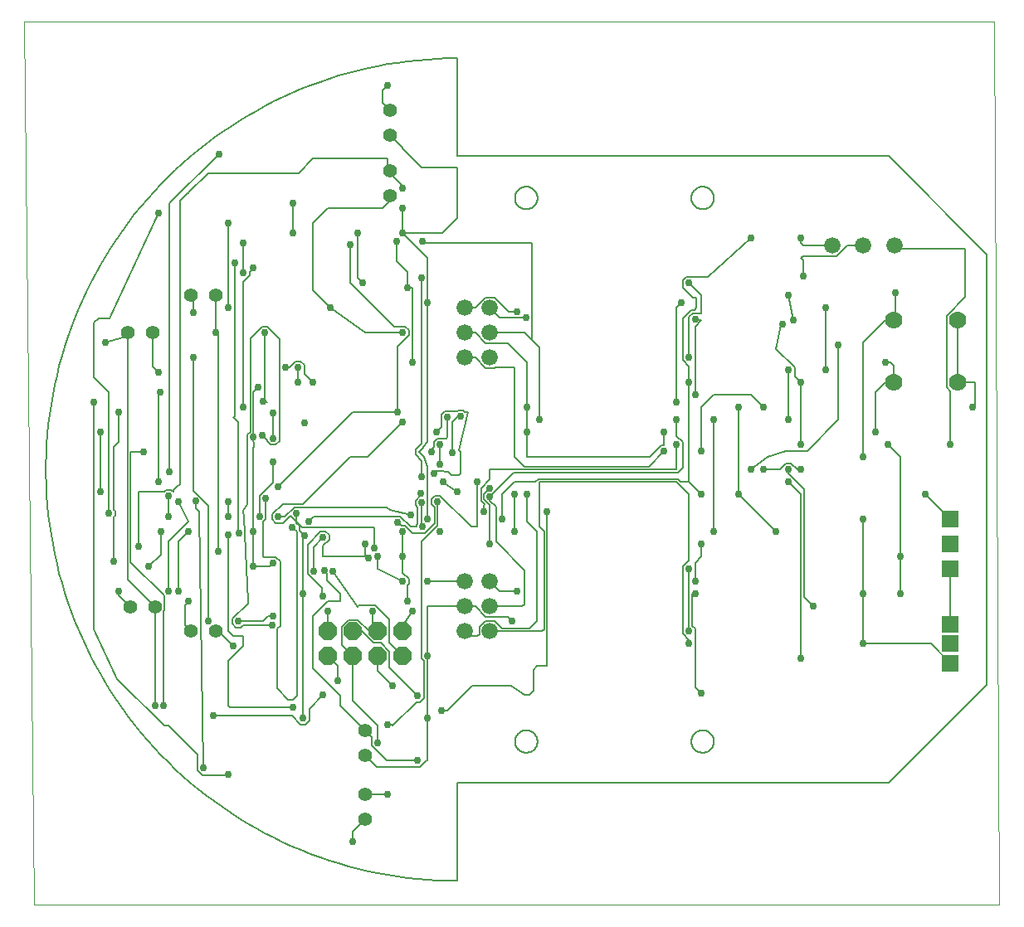
<source format=gbl>
G75*
%MOIN*%
%OFA0B0*%
%FSLAX25Y25*%
%IPPOS*%
%LPD*%
%AMOC8*
5,1,8,0,0,1.08239X$1,22.5*
%
%ADD10C,0.00000*%
%ADD11C,0.07000*%
%ADD12R,0.06600X0.06600*%
%ADD13OC8,0.07400*%
%ADD14C,0.05600*%
%ADD15C,0.06600*%
%ADD16C,0.00500*%
%ADD17C,0.00600*%
%ADD18C,0.02978*%
D10*
X0831303Y0844303D02*
X0827303Y1199263D01*
X1217003Y1199263D01*
X1219003Y0844303D01*
X0831303Y0844303D01*
D11*
X1176507Y1054303D03*
X1176507Y1079303D03*
X1202098Y1079303D03*
X1202098Y1054303D03*
D12*
X1199303Y0999303D03*
X1199303Y0989303D03*
X1199303Y0979303D03*
X1199303Y0957177D03*
X1199303Y0949303D03*
X1199303Y0941429D03*
D13*
X0979303Y0944303D03*
X0979303Y0954303D03*
X0969303Y0954303D03*
X0969303Y0944303D03*
X0959303Y0944303D03*
X0959303Y0954303D03*
X0949303Y0954303D03*
X0949303Y0944303D03*
D14*
X0964303Y0914303D03*
X0964303Y0904303D03*
X0964240Y0888803D03*
X0964240Y0878803D03*
X0904303Y0954303D03*
X0894303Y0954303D03*
X0879803Y0964240D03*
X0869803Y0964240D03*
X0868803Y1074366D03*
X0878803Y1074366D03*
X0894303Y1089303D03*
X0904303Y1089303D03*
X0974303Y1129303D03*
X0974303Y1139303D03*
X0974240Y1153803D03*
X0974240Y1163803D03*
D15*
X1004303Y1084303D03*
X1014303Y1084303D03*
X1014303Y1074303D03*
X1014303Y1064303D03*
X1004303Y1064303D03*
X1004303Y1074303D03*
X1004303Y0974303D03*
X1014303Y0974303D03*
X1014303Y0964303D03*
X1014303Y0954303D03*
X1004303Y0954303D03*
X1004303Y0964303D03*
X1151803Y1109303D03*
X1164303Y1109303D03*
X1176803Y1109303D03*
D16*
X1174539Y1145287D02*
X1213909Y1105917D01*
X1213909Y0932688D01*
X1174539Y0893318D01*
X1001310Y0893318D01*
X1001310Y0853948D01*
X1024342Y0910051D02*
X1024344Y0910185D01*
X1024350Y0910319D01*
X1024360Y0910453D01*
X1024374Y0910587D01*
X1024392Y0910720D01*
X1024413Y0910852D01*
X1024439Y0910984D01*
X1024469Y0911115D01*
X1024502Y0911245D01*
X1024539Y0911373D01*
X1024581Y0911501D01*
X1024625Y0911628D01*
X1024674Y0911753D01*
X1024726Y0911876D01*
X1024782Y0911998D01*
X1024842Y0912119D01*
X1024905Y0912237D01*
X1024971Y0912354D01*
X1025041Y0912468D01*
X1025114Y0912581D01*
X1025191Y0912691D01*
X1025271Y0912799D01*
X1025354Y0912904D01*
X1025440Y0913007D01*
X1025529Y0913107D01*
X1025621Y0913205D01*
X1025716Y0913300D01*
X1025814Y0913392D01*
X1025914Y0913481D01*
X1026017Y0913567D01*
X1026122Y0913650D01*
X1026230Y0913730D01*
X1026340Y0913807D01*
X1026453Y0913880D01*
X1026567Y0913950D01*
X1026684Y0914016D01*
X1026802Y0914079D01*
X1026923Y0914139D01*
X1027045Y0914195D01*
X1027168Y0914247D01*
X1027293Y0914296D01*
X1027420Y0914340D01*
X1027548Y0914382D01*
X1027676Y0914419D01*
X1027806Y0914452D01*
X1027937Y0914482D01*
X1028069Y0914508D01*
X1028201Y0914529D01*
X1028334Y0914547D01*
X1028468Y0914561D01*
X1028602Y0914571D01*
X1028736Y0914577D01*
X1028870Y0914579D01*
X1029004Y0914577D01*
X1029138Y0914571D01*
X1029272Y0914561D01*
X1029406Y0914547D01*
X1029539Y0914529D01*
X1029671Y0914508D01*
X1029803Y0914482D01*
X1029934Y0914452D01*
X1030064Y0914419D01*
X1030192Y0914382D01*
X1030320Y0914340D01*
X1030447Y0914296D01*
X1030572Y0914247D01*
X1030695Y0914195D01*
X1030817Y0914139D01*
X1030938Y0914079D01*
X1031056Y0914016D01*
X1031173Y0913950D01*
X1031287Y0913880D01*
X1031400Y0913807D01*
X1031510Y0913730D01*
X1031618Y0913650D01*
X1031723Y0913567D01*
X1031826Y0913481D01*
X1031926Y0913392D01*
X1032024Y0913300D01*
X1032119Y0913205D01*
X1032211Y0913107D01*
X1032300Y0913007D01*
X1032386Y0912904D01*
X1032469Y0912799D01*
X1032549Y0912691D01*
X1032626Y0912581D01*
X1032699Y0912468D01*
X1032769Y0912354D01*
X1032835Y0912237D01*
X1032898Y0912119D01*
X1032958Y0911998D01*
X1033014Y0911876D01*
X1033066Y0911753D01*
X1033115Y0911628D01*
X1033159Y0911501D01*
X1033201Y0911373D01*
X1033238Y0911245D01*
X1033271Y0911115D01*
X1033301Y0910984D01*
X1033327Y0910852D01*
X1033348Y0910720D01*
X1033366Y0910587D01*
X1033380Y0910453D01*
X1033390Y0910319D01*
X1033396Y0910185D01*
X1033398Y0910051D01*
X1033396Y0909917D01*
X1033390Y0909783D01*
X1033380Y0909649D01*
X1033366Y0909515D01*
X1033348Y0909382D01*
X1033327Y0909250D01*
X1033301Y0909118D01*
X1033271Y0908987D01*
X1033238Y0908857D01*
X1033201Y0908729D01*
X1033159Y0908601D01*
X1033115Y0908474D01*
X1033066Y0908349D01*
X1033014Y0908226D01*
X1032958Y0908104D01*
X1032898Y0907983D01*
X1032835Y0907865D01*
X1032769Y0907748D01*
X1032699Y0907634D01*
X1032626Y0907521D01*
X1032549Y0907411D01*
X1032469Y0907303D01*
X1032386Y0907198D01*
X1032300Y0907095D01*
X1032211Y0906995D01*
X1032119Y0906897D01*
X1032024Y0906802D01*
X1031926Y0906710D01*
X1031826Y0906621D01*
X1031723Y0906535D01*
X1031618Y0906452D01*
X1031510Y0906372D01*
X1031400Y0906295D01*
X1031287Y0906222D01*
X1031173Y0906152D01*
X1031056Y0906086D01*
X1030938Y0906023D01*
X1030817Y0905963D01*
X1030695Y0905907D01*
X1030572Y0905855D01*
X1030447Y0905806D01*
X1030320Y0905762D01*
X1030192Y0905720D01*
X1030064Y0905683D01*
X1029934Y0905650D01*
X1029803Y0905620D01*
X1029671Y0905594D01*
X1029539Y0905573D01*
X1029406Y0905555D01*
X1029272Y0905541D01*
X1029138Y0905531D01*
X1029004Y0905525D01*
X1028870Y0905523D01*
X1028736Y0905525D01*
X1028602Y0905531D01*
X1028468Y0905541D01*
X1028334Y0905555D01*
X1028201Y0905573D01*
X1028069Y0905594D01*
X1027937Y0905620D01*
X1027806Y0905650D01*
X1027676Y0905683D01*
X1027548Y0905720D01*
X1027420Y0905762D01*
X1027293Y0905806D01*
X1027168Y0905855D01*
X1027045Y0905907D01*
X1026923Y0905963D01*
X1026802Y0906023D01*
X1026684Y0906086D01*
X1026567Y0906152D01*
X1026453Y0906222D01*
X1026340Y0906295D01*
X1026230Y0906372D01*
X1026122Y0906452D01*
X1026017Y0906535D01*
X1025914Y0906621D01*
X1025814Y0906710D01*
X1025716Y0906802D01*
X1025621Y0906897D01*
X1025529Y0906995D01*
X1025440Y0907095D01*
X1025354Y0907198D01*
X1025271Y0907303D01*
X1025191Y0907411D01*
X1025114Y0907521D01*
X1025041Y0907634D01*
X1024971Y0907748D01*
X1024905Y0907865D01*
X1024842Y0907983D01*
X1024782Y0908104D01*
X1024726Y0908226D01*
X1024674Y0908349D01*
X1024625Y0908474D01*
X1024581Y0908601D01*
X1024539Y0908729D01*
X1024502Y0908857D01*
X1024469Y0908987D01*
X1024439Y0909118D01*
X1024413Y0909250D01*
X1024392Y0909382D01*
X1024374Y0909515D01*
X1024360Y0909649D01*
X1024350Y0909783D01*
X1024344Y0909917D01*
X1024342Y0910051D01*
X1001310Y0853949D02*
X0997283Y0853998D01*
X0993259Y0854145D01*
X0989240Y0854390D01*
X0985228Y0854733D01*
X0981225Y0855173D01*
X0977234Y0855711D01*
X0973258Y0856346D01*
X0969298Y0857077D01*
X0965357Y0857905D01*
X0961438Y0858828D01*
X0957542Y0859847D01*
X0953672Y0860960D01*
X0949830Y0862167D01*
X0946019Y0863467D01*
X0942240Y0864860D01*
X0938497Y0866344D01*
X0934791Y0867919D01*
X0931124Y0869584D01*
X0927499Y0871337D01*
X0923918Y0873178D01*
X0920383Y0875106D01*
X0916895Y0877120D01*
X0913458Y0879217D01*
X0910073Y0881398D01*
X0906742Y0883661D01*
X0903467Y0886004D01*
X0900250Y0888426D01*
X0897093Y0890926D01*
X0893998Y0893501D01*
X0890966Y0896152D01*
X0888000Y0898875D01*
X0885101Y0901670D01*
X0882271Y0904535D01*
X0879512Y0907468D01*
X0876824Y0910467D01*
X0874211Y0913531D01*
X0871673Y0916657D01*
X0869212Y0919844D01*
X0866829Y0923090D01*
X0864526Y0926394D01*
X0862304Y0929752D01*
X0860165Y0933163D01*
X0858109Y0936626D01*
X0856138Y0940138D01*
X0854254Y0943696D01*
X0852456Y0947300D01*
X0850747Y0950946D01*
X0849127Y0954632D01*
X0847597Y0958357D01*
X0846159Y0962118D01*
X0844812Y0965913D01*
X0843559Y0969740D01*
X0842399Y0973596D01*
X0841333Y0977479D01*
X0840362Y0981387D01*
X0839486Y0985318D01*
X0838707Y0989269D01*
X0838023Y0993237D01*
X0837437Y0997221D01*
X0836948Y1001218D01*
X0836556Y1005226D01*
X0836262Y1009242D01*
X0836066Y1013264D01*
X0835968Y1017290D01*
X0835968Y1021316D01*
X0836066Y1025342D01*
X0836262Y1029364D01*
X0836556Y1033380D01*
X0836948Y1037388D01*
X0837437Y1041385D01*
X0838023Y1045369D01*
X0838707Y1049337D01*
X0839486Y1053288D01*
X0840362Y1057219D01*
X0841333Y1061127D01*
X0842399Y1065010D01*
X0843559Y1068866D01*
X0844812Y1072693D01*
X0846159Y1076488D01*
X0847597Y1080249D01*
X0849127Y1083974D01*
X0850747Y1087660D01*
X0852456Y1091306D01*
X0854254Y1094910D01*
X0856138Y1098468D01*
X0858109Y1101980D01*
X0860165Y1105443D01*
X0862304Y1108854D01*
X0864526Y1112212D01*
X0866829Y1115516D01*
X0869212Y1118762D01*
X0871673Y1121949D01*
X0874211Y1125075D01*
X0876824Y1128139D01*
X0879512Y1131138D01*
X0882271Y1134071D01*
X0885101Y1136936D01*
X0888000Y1139731D01*
X0890966Y1142454D01*
X0893998Y1145105D01*
X0897093Y1147680D01*
X0900250Y1150180D01*
X0903467Y1152602D01*
X0906742Y1154945D01*
X0910073Y1157208D01*
X0913458Y1159389D01*
X0916895Y1161486D01*
X0920383Y1163500D01*
X0923918Y1165428D01*
X0927499Y1167269D01*
X0931124Y1169022D01*
X0934791Y1170687D01*
X0938497Y1172262D01*
X0942240Y1173746D01*
X0946019Y1175139D01*
X0949830Y1176439D01*
X0953672Y1177646D01*
X0957542Y1178759D01*
X0961438Y1179778D01*
X0965357Y1180701D01*
X0969298Y1181529D01*
X0973258Y1182260D01*
X0977234Y1182895D01*
X0981225Y1183433D01*
X0985228Y1183873D01*
X0989240Y1184216D01*
X0993259Y1184461D01*
X0997283Y1184608D01*
X1001310Y1184657D01*
X1001310Y1145287D01*
X1174539Y1145287D01*
X1095208Y1128555D02*
X1095210Y1128689D01*
X1095216Y1128823D01*
X1095226Y1128957D01*
X1095240Y1129091D01*
X1095258Y1129224D01*
X1095279Y1129356D01*
X1095305Y1129488D01*
X1095335Y1129619D01*
X1095368Y1129749D01*
X1095405Y1129877D01*
X1095447Y1130005D01*
X1095491Y1130132D01*
X1095540Y1130257D01*
X1095592Y1130380D01*
X1095648Y1130502D01*
X1095708Y1130623D01*
X1095771Y1130741D01*
X1095837Y1130858D01*
X1095907Y1130972D01*
X1095980Y1131085D01*
X1096057Y1131195D01*
X1096137Y1131303D01*
X1096220Y1131408D01*
X1096306Y1131511D01*
X1096395Y1131611D01*
X1096487Y1131709D01*
X1096582Y1131804D01*
X1096680Y1131896D01*
X1096780Y1131985D01*
X1096883Y1132071D01*
X1096988Y1132154D01*
X1097096Y1132234D01*
X1097206Y1132311D01*
X1097319Y1132384D01*
X1097433Y1132454D01*
X1097550Y1132520D01*
X1097668Y1132583D01*
X1097789Y1132643D01*
X1097911Y1132699D01*
X1098034Y1132751D01*
X1098159Y1132800D01*
X1098286Y1132844D01*
X1098414Y1132886D01*
X1098542Y1132923D01*
X1098672Y1132956D01*
X1098803Y1132986D01*
X1098935Y1133012D01*
X1099067Y1133033D01*
X1099200Y1133051D01*
X1099334Y1133065D01*
X1099468Y1133075D01*
X1099602Y1133081D01*
X1099736Y1133083D01*
X1099870Y1133081D01*
X1100004Y1133075D01*
X1100138Y1133065D01*
X1100272Y1133051D01*
X1100405Y1133033D01*
X1100537Y1133012D01*
X1100669Y1132986D01*
X1100800Y1132956D01*
X1100930Y1132923D01*
X1101058Y1132886D01*
X1101186Y1132844D01*
X1101313Y1132800D01*
X1101438Y1132751D01*
X1101561Y1132699D01*
X1101683Y1132643D01*
X1101804Y1132583D01*
X1101922Y1132520D01*
X1102039Y1132454D01*
X1102153Y1132384D01*
X1102266Y1132311D01*
X1102376Y1132234D01*
X1102484Y1132154D01*
X1102589Y1132071D01*
X1102692Y1131985D01*
X1102792Y1131896D01*
X1102890Y1131804D01*
X1102985Y1131709D01*
X1103077Y1131611D01*
X1103166Y1131511D01*
X1103252Y1131408D01*
X1103335Y1131303D01*
X1103415Y1131195D01*
X1103492Y1131085D01*
X1103565Y1130972D01*
X1103635Y1130858D01*
X1103701Y1130741D01*
X1103764Y1130623D01*
X1103824Y1130502D01*
X1103880Y1130380D01*
X1103932Y1130257D01*
X1103981Y1130132D01*
X1104025Y1130005D01*
X1104067Y1129877D01*
X1104104Y1129749D01*
X1104137Y1129619D01*
X1104167Y1129488D01*
X1104193Y1129356D01*
X1104214Y1129224D01*
X1104232Y1129091D01*
X1104246Y1128957D01*
X1104256Y1128823D01*
X1104262Y1128689D01*
X1104264Y1128555D01*
X1104262Y1128421D01*
X1104256Y1128287D01*
X1104246Y1128153D01*
X1104232Y1128019D01*
X1104214Y1127886D01*
X1104193Y1127754D01*
X1104167Y1127622D01*
X1104137Y1127491D01*
X1104104Y1127361D01*
X1104067Y1127233D01*
X1104025Y1127105D01*
X1103981Y1126978D01*
X1103932Y1126853D01*
X1103880Y1126730D01*
X1103824Y1126608D01*
X1103764Y1126487D01*
X1103701Y1126369D01*
X1103635Y1126252D01*
X1103565Y1126138D01*
X1103492Y1126025D01*
X1103415Y1125915D01*
X1103335Y1125807D01*
X1103252Y1125702D01*
X1103166Y1125599D01*
X1103077Y1125499D01*
X1102985Y1125401D01*
X1102890Y1125306D01*
X1102792Y1125214D01*
X1102692Y1125125D01*
X1102589Y1125039D01*
X1102484Y1124956D01*
X1102376Y1124876D01*
X1102266Y1124799D01*
X1102153Y1124726D01*
X1102039Y1124656D01*
X1101922Y1124590D01*
X1101804Y1124527D01*
X1101683Y1124467D01*
X1101561Y1124411D01*
X1101438Y1124359D01*
X1101313Y1124310D01*
X1101186Y1124266D01*
X1101058Y1124224D01*
X1100930Y1124187D01*
X1100800Y1124154D01*
X1100669Y1124124D01*
X1100537Y1124098D01*
X1100405Y1124077D01*
X1100272Y1124059D01*
X1100138Y1124045D01*
X1100004Y1124035D01*
X1099870Y1124029D01*
X1099736Y1124027D01*
X1099602Y1124029D01*
X1099468Y1124035D01*
X1099334Y1124045D01*
X1099200Y1124059D01*
X1099067Y1124077D01*
X1098935Y1124098D01*
X1098803Y1124124D01*
X1098672Y1124154D01*
X1098542Y1124187D01*
X1098414Y1124224D01*
X1098286Y1124266D01*
X1098159Y1124310D01*
X1098034Y1124359D01*
X1097911Y1124411D01*
X1097789Y1124467D01*
X1097668Y1124527D01*
X1097550Y1124590D01*
X1097433Y1124656D01*
X1097319Y1124726D01*
X1097206Y1124799D01*
X1097096Y1124876D01*
X1096988Y1124956D01*
X1096883Y1125039D01*
X1096780Y1125125D01*
X1096680Y1125214D01*
X1096582Y1125306D01*
X1096487Y1125401D01*
X1096395Y1125499D01*
X1096306Y1125599D01*
X1096220Y1125702D01*
X1096137Y1125807D01*
X1096057Y1125915D01*
X1095980Y1126025D01*
X1095907Y1126138D01*
X1095837Y1126252D01*
X1095771Y1126369D01*
X1095708Y1126487D01*
X1095648Y1126608D01*
X1095592Y1126730D01*
X1095540Y1126853D01*
X1095491Y1126978D01*
X1095447Y1127105D01*
X1095405Y1127233D01*
X1095368Y1127361D01*
X1095335Y1127491D01*
X1095305Y1127622D01*
X1095279Y1127754D01*
X1095258Y1127886D01*
X1095240Y1128019D01*
X1095226Y1128153D01*
X1095216Y1128287D01*
X1095210Y1128421D01*
X1095208Y1128555D01*
X1024342Y1128555D02*
X1024344Y1128689D01*
X1024350Y1128823D01*
X1024360Y1128957D01*
X1024374Y1129091D01*
X1024392Y1129224D01*
X1024413Y1129356D01*
X1024439Y1129488D01*
X1024469Y1129619D01*
X1024502Y1129749D01*
X1024539Y1129877D01*
X1024581Y1130005D01*
X1024625Y1130132D01*
X1024674Y1130257D01*
X1024726Y1130380D01*
X1024782Y1130502D01*
X1024842Y1130623D01*
X1024905Y1130741D01*
X1024971Y1130858D01*
X1025041Y1130972D01*
X1025114Y1131085D01*
X1025191Y1131195D01*
X1025271Y1131303D01*
X1025354Y1131408D01*
X1025440Y1131511D01*
X1025529Y1131611D01*
X1025621Y1131709D01*
X1025716Y1131804D01*
X1025814Y1131896D01*
X1025914Y1131985D01*
X1026017Y1132071D01*
X1026122Y1132154D01*
X1026230Y1132234D01*
X1026340Y1132311D01*
X1026453Y1132384D01*
X1026567Y1132454D01*
X1026684Y1132520D01*
X1026802Y1132583D01*
X1026923Y1132643D01*
X1027045Y1132699D01*
X1027168Y1132751D01*
X1027293Y1132800D01*
X1027420Y1132844D01*
X1027548Y1132886D01*
X1027676Y1132923D01*
X1027806Y1132956D01*
X1027937Y1132986D01*
X1028069Y1133012D01*
X1028201Y1133033D01*
X1028334Y1133051D01*
X1028468Y1133065D01*
X1028602Y1133075D01*
X1028736Y1133081D01*
X1028870Y1133083D01*
X1029004Y1133081D01*
X1029138Y1133075D01*
X1029272Y1133065D01*
X1029406Y1133051D01*
X1029539Y1133033D01*
X1029671Y1133012D01*
X1029803Y1132986D01*
X1029934Y1132956D01*
X1030064Y1132923D01*
X1030192Y1132886D01*
X1030320Y1132844D01*
X1030447Y1132800D01*
X1030572Y1132751D01*
X1030695Y1132699D01*
X1030817Y1132643D01*
X1030938Y1132583D01*
X1031056Y1132520D01*
X1031173Y1132454D01*
X1031287Y1132384D01*
X1031400Y1132311D01*
X1031510Y1132234D01*
X1031618Y1132154D01*
X1031723Y1132071D01*
X1031826Y1131985D01*
X1031926Y1131896D01*
X1032024Y1131804D01*
X1032119Y1131709D01*
X1032211Y1131611D01*
X1032300Y1131511D01*
X1032386Y1131408D01*
X1032469Y1131303D01*
X1032549Y1131195D01*
X1032626Y1131085D01*
X1032699Y1130972D01*
X1032769Y1130858D01*
X1032835Y1130741D01*
X1032898Y1130623D01*
X1032958Y1130502D01*
X1033014Y1130380D01*
X1033066Y1130257D01*
X1033115Y1130132D01*
X1033159Y1130005D01*
X1033201Y1129877D01*
X1033238Y1129749D01*
X1033271Y1129619D01*
X1033301Y1129488D01*
X1033327Y1129356D01*
X1033348Y1129224D01*
X1033366Y1129091D01*
X1033380Y1128957D01*
X1033390Y1128823D01*
X1033396Y1128689D01*
X1033398Y1128555D01*
X1033396Y1128421D01*
X1033390Y1128287D01*
X1033380Y1128153D01*
X1033366Y1128019D01*
X1033348Y1127886D01*
X1033327Y1127754D01*
X1033301Y1127622D01*
X1033271Y1127491D01*
X1033238Y1127361D01*
X1033201Y1127233D01*
X1033159Y1127105D01*
X1033115Y1126978D01*
X1033066Y1126853D01*
X1033014Y1126730D01*
X1032958Y1126608D01*
X1032898Y1126487D01*
X1032835Y1126369D01*
X1032769Y1126252D01*
X1032699Y1126138D01*
X1032626Y1126025D01*
X1032549Y1125915D01*
X1032469Y1125807D01*
X1032386Y1125702D01*
X1032300Y1125599D01*
X1032211Y1125499D01*
X1032119Y1125401D01*
X1032024Y1125306D01*
X1031926Y1125214D01*
X1031826Y1125125D01*
X1031723Y1125039D01*
X1031618Y1124956D01*
X1031510Y1124876D01*
X1031400Y1124799D01*
X1031287Y1124726D01*
X1031173Y1124656D01*
X1031056Y1124590D01*
X1030938Y1124527D01*
X1030817Y1124467D01*
X1030695Y1124411D01*
X1030572Y1124359D01*
X1030447Y1124310D01*
X1030320Y1124266D01*
X1030192Y1124224D01*
X1030064Y1124187D01*
X1029934Y1124154D01*
X1029803Y1124124D01*
X1029671Y1124098D01*
X1029539Y1124077D01*
X1029406Y1124059D01*
X1029272Y1124045D01*
X1029138Y1124035D01*
X1029004Y1124029D01*
X1028870Y1124027D01*
X1028736Y1124029D01*
X1028602Y1124035D01*
X1028468Y1124045D01*
X1028334Y1124059D01*
X1028201Y1124077D01*
X1028069Y1124098D01*
X1027937Y1124124D01*
X1027806Y1124154D01*
X1027676Y1124187D01*
X1027548Y1124224D01*
X1027420Y1124266D01*
X1027293Y1124310D01*
X1027168Y1124359D01*
X1027045Y1124411D01*
X1026923Y1124467D01*
X1026802Y1124527D01*
X1026684Y1124590D01*
X1026567Y1124656D01*
X1026453Y1124726D01*
X1026340Y1124799D01*
X1026230Y1124876D01*
X1026122Y1124956D01*
X1026017Y1125039D01*
X1025914Y1125125D01*
X1025814Y1125214D01*
X1025716Y1125306D01*
X1025621Y1125401D01*
X1025529Y1125499D01*
X1025440Y1125599D01*
X1025354Y1125702D01*
X1025271Y1125807D01*
X1025191Y1125915D01*
X1025114Y1126025D01*
X1025041Y1126138D01*
X1024971Y1126252D01*
X1024905Y1126369D01*
X1024842Y1126487D01*
X1024782Y1126608D01*
X1024726Y1126730D01*
X1024674Y1126853D01*
X1024625Y1126978D01*
X1024581Y1127105D01*
X1024539Y1127233D01*
X1024502Y1127361D01*
X1024469Y1127491D01*
X1024439Y1127622D01*
X1024413Y1127754D01*
X1024392Y1127886D01*
X1024374Y1128019D01*
X1024360Y1128153D01*
X1024350Y1128287D01*
X1024344Y1128421D01*
X1024342Y1128555D01*
X1095208Y0910051D02*
X1095210Y0910185D01*
X1095216Y0910319D01*
X1095226Y0910453D01*
X1095240Y0910587D01*
X1095258Y0910720D01*
X1095279Y0910852D01*
X1095305Y0910984D01*
X1095335Y0911115D01*
X1095368Y0911245D01*
X1095405Y0911373D01*
X1095447Y0911501D01*
X1095491Y0911628D01*
X1095540Y0911753D01*
X1095592Y0911876D01*
X1095648Y0911998D01*
X1095708Y0912119D01*
X1095771Y0912237D01*
X1095837Y0912354D01*
X1095907Y0912468D01*
X1095980Y0912581D01*
X1096057Y0912691D01*
X1096137Y0912799D01*
X1096220Y0912904D01*
X1096306Y0913007D01*
X1096395Y0913107D01*
X1096487Y0913205D01*
X1096582Y0913300D01*
X1096680Y0913392D01*
X1096780Y0913481D01*
X1096883Y0913567D01*
X1096988Y0913650D01*
X1097096Y0913730D01*
X1097206Y0913807D01*
X1097319Y0913880D01*
X1097433Y0913950D01*
X1097550Y0914016D01*
X1097668Y0914079D01*
X1097789Y0914139D01*
X1097911Y0914195D01*
X1098034Y0914247D01*
X1098159Y0914296D01*
X1098286Y0914340D01*
X1098414Y0914382D01*
X1098542Y0914419D01*
X1098672Y0914452D01*
X1098803Y0914482D01*
X1098935Y0914508D01*
X1099067Y0914529D01*
X1099200Y0914547D01*
X1099334Y0914561D01*
X1099468Y0914571D01*
X1099602Y0914577D01*
X1099736Y0914579D01*
X1099870Y0914577D01*
X1100004Y0914571D01*
X1100138Y0914561D01*
X1100272Y0914547D01*
X1100405Y0914529D01*
X1100537Y0914508D01*
X1100669Y0914482D01*
X1100800Y0914452D01*
X1100930Y0914419D01*
X1101058Y0914382D01*
X1101186Y0914340D01*
X1101313Y0914296D01*
X1101438Y0914247D01*
X1101561Y0914195D01*
X1101683Y0914139D01*
X1101804Y0914079D01*
X1101922Y0914016D01*
X1102039Y0913950D01*
X1102153Y0913880D01*
X1102266Y0913807D01*
X1102376Y0913730D01*
X1102484Y0913650D01*
X1102589Y0913567D01*
X1102692Y0913481D01*
X1102792Y0913392D01*
X1102890Y0913300D01*
X1102985Y0913205D01*
X1103077Y0913107D01*
X1103166Y0913007D01*
X1103252Y0912904D01*
X1103335Y0912799D01*
X1103415Y0912691D01*
X1103492Y0912581D01*
X1103565Y0912468D01*
X1103635Y0912354D01*
X1103701Y0912237D01*
X1103764Y0912119D01*
X1103824Y0911998D01*
X1103880Y0911876D01*
X1103932Y0911753D01*
X1103981Y0911628D01*
X1104025Y0911501D01*
X1104067Y0911373D01*
X1104104Y0911245D01*
X1104137Y0911115D01*
X1104167Y0910984D01*
X1104193Y0910852D01*
X1104214Y0910720D01*
X1104232Y0910587D01*
X1104246Y0910453D01*
X1104256Y0910319D01*
X1104262Y0910185D01*
X1104264Y0910051D01*
X1104262Y0909917D01*
X1104256Y0909783D01*
X1104246Y0909649D01*
X1104232Y0909515D01*
X1104214Y0909382D01*
X1104193Y0909250D01*
X1104167Y0909118D01*
X1104137Y0908987D01*
X1104104Y0908857D01*
X1104067Y0908729D01*
X1104025Y0908601D01*
X1103981Y0908474D01*
X1103932Y0908349D01*
X1103880Y0908226D01*
X1103824Y0908104D01*
X1103764Y0907983D01*
X1103701Y0907865D01*
X1103635Y0907748D01*
X1103565Y0907634D01*
X1103492Y0907521D01*
X1103415Y0907411D01*
X1103335Y0907303D01*
X1103252Y0907198D01*
X1103166Y0907095D01*
X1103077Y0906995D01*
X1102985Y0906897D01*
X1102890Y0906802D01*
X1102792Y0906710D01*
X1102692Y0906621D01*
X1102589Y0906535D01*
X1102484Y0906452D01*
X1102376Y0906372D01*
X1102266Y0906295D01*
X1102153Y0906222D01*
X1102039Y0906152D01*
X1101922Y0906086D01*
X1101804Y0906023D01*
X1101683Y0905963D01*
X1101561Y0905907D01*
X1101438Y0905855D01*
X1101313Y0905806D01*
X1101186Y0905762D01*
X1101058Y0905720D01*
X1100930Y0905683D01*
X1100800Y0905650D01*
X1100669Y0905620D01*
X1100537Y0905594D01*
X1100405Y0905573D01*
X1100272Y0905555D01*
X1100138Y0905541D01*
X1100004Y0905531D01*
X1099870Y0905525D01*
X1099736Y0905523D01*
X1099602Y0905525D01*
X1099468Y0905531D01*
X1099334Y0905541D01*
X1099200Y0905555D01*
X1099067Y0905573D01*
X1098935Y0905594D01*
X1098803Y0905620D01*
X1098672Y0905650D01*
X1098542Y0905683D01*
X1098414Y0905720D01*
X1098286Y0905762D01*
X1098159Y0905806D01*
X1098034Y0905855D01*
X1097911Y0905907D01*
X1097789Y0905963D01*
X1097668Y0906023D01*
X1097550Y0906086D01*
X1097433Y0906152D01*
X1097319Y0906222D01*
X1097206Y0906295D01*
X1097096Y0906372D01*
X1096988Y0906452D01*
X1096883Y0906535D01*
X1096780Y0906621D01*
X1096680Y0906710D01*
X1096582Y0906802D01*
X1096487Y0906897D01*
X1096395Y0906995D01*
X1096306Y0907095D01*
X1096220Y0907198D01*
X1096137Y0907303D01*
X1096057Y0907411D01*
X1095980Y0907521D01*
X1095907Y0907634D01*
X1095837Y0907748D01*
X1095771Y0907865D01*
X1095708Y0907983D01*
X1095648Y0908104D01*
X1095592Y0908226D01*
X1095540Y0908349D01*
X1095491Y0908474D01*
X1095447Y0908601D01*
X1095405Y0908729D01*
X1095368Y0908857D01*
X1095335Y0908987D01*
X1095305Y0909118D01*
X1095279Y0909250D01*
X1095258Y0909382D01*
X1095240Y0909515D01*
X1095226Y0909649D01*
X1095216Y0909783D01*
X1095210Y0909917D01*
X1095208Y0910051D01*
D17*
X1099303Y0929303D02*
X1096692Y0931914D01*
X1096692Y0955292D01*
X1095503Y0956481D01*
X1095503Y0969303D01*
X1096692Y0969303D01*
X1096692Y0974303D02*
X1096692Y0981692D01*
X1099303Y0984303D01*
X1099303Y0989303D01*
X1104303Y0994303D02*
X1104303Y1039303D01*
X1099303Y1044303D02*
X1099303Y1026692D01*
X1091692Y1030292D02*
X1089303Y1032681D01*
X1089303Y1039303D01*
X1089303Y1046303D02*
X1089303Y1084303D01*
X1091303Y1086303D01*
X1095314Y1083394D02*
X1091914Y1079994D01*
X1091914Y1063313D01*
X1094303Y1060924D01*
X1094303Y1054303D01*
X1094303Y1014303D01*
X1091000Y1014303D01*
X1089800Y1015503D01*
X1033806Y1015503D01*
X1032606Y1014303D01*
X1024303Y1014303D01*
X1019303Y1009303D01*
X1019303Y0999303D01*
X1016692Y1004265D02*
X1014303Y1006654D01*
X1014303Y1008336D01*
X1014303Y1009303D01*
X1014525Y1009525D01*
X1015292Y1009525D01*
X1023870Y1018103D01*
X1089800Y1018103D01*
X1091692Y1019994D01*
X1091692Y1030292D01*
X1089303Y1029303D02*
X1089303Y1019303D01*
X1014303Y1019303D01*
X1014303Y1015292D01*
X1010714Y1011703D01*
X1010714Y1006849D01*
X1012281Y1005281D01*
X1011914Y1004914D01*
X1011914Y1002303D01*
X1014303Y1004957D02*
X1011914Y1007346D01*
X1011914Y1009325D01*
X1014303Y1011714D01*
X1014303Y1011914D01*
X1009303Y1014303D02*
X1009303Y0996303D01*
X1006681Y0996303D01*
X0994292Y1008692D01*
X0992313Y1008692D01*
X0990914Y1007292D01*
X0990914Y1005313D01*
X0992103Y1004124D01*
X0992103Y0997724D01*
X0988262Y0993884D01*
X0983100Y0993884D01*
X0980292Y0996692D01*
X0978914Y0996692D01*
X0977303Y0998303D01*
X0977303Y0998103D01*
X0978292Y1000492D02*
X0982481Y0996303D01*
X0984884Y0996303D01*
X0984884Y0997262D01*
X0985113Y0997492D01*
X0985113Y1000492D01*
X0985303Y1000303D01*
X0985303Y1004168D01*
X0984525Y1004945D01*
X0984525Y1006925D01*
X0986624Y1009024D01*
X0986624Y1009624D01*
X0986914Y1005935D02*
X0986914Y0996692D01*
X0987303Y0996303D01*
X0987273Y0996273D01*
X0989303Y0999303D02*
X0989303Y1020303D01*
X0987725Y1024303D01*
X0985725Y1026303D01*
X0987514Y1028092D01*
X0987514Y1028514D01*
X0989303Y1030303D01*
X0989303Y1086303D01*
X0989303Y1104303D01*
X0979303Y1114303D01*
X0979303Y1118303D01*
X0979303Y1124303D01*
X0974303Y1127303D02*
X0974303Y1129303D01*
X0974303Y1127303D02*
X0971303Y1124303D01*
X0949303Y1124303D01*
X0943303Y1118303D01*
X0943303Y1091303D01*
X0950303Y1084303D01*
X0964303Y1074303D01*
X0979303Y1074303D01*
X0980292Y1076692D02*
X0975935Y1076692D01*
X0958326Y1094300D01*
X0958326Y1109892D01*
X0961303Y1114303D02*
X0961303Y1096303D01*
X0963303Y1094303D01*
X0938292Y1062692D02*
X0939692Y1061292D01*
X0939692Y1057914D01*
X0943303Y1054303D01*
X0937303Y1054303D02*
X0937303Y1060303D01*
X0938292Y1062692D02*
X0936313Y1062692D01*
X0933924Y1060303D01*
X0932081Y1060303D01*
X0929692Y1071743D02*
X0929692Y1030692D01*
X0928288Y1029288D01*
X0926309Y1029288D01*
X0924910Y1030688D01*
X0924910Y1031162D01*
X0922904Y1033168D01*
X0919326Y1032380D02*
X0919326Y1042303D01*
X0919326Y1050326D01*
X0921303Y1052303D01*
X0923303Y1046692D02*
X0924914Y1046303D01*
X0923303Y1046303D01*
X0923754Y1046754D01*
X0923754Y1074303D01*
X0924743Y1076692D02*
X0929692Y1071743D01*
X0924743Y1076692D02*
X0922764Y1076692D01*
X0918126Y1072054D01*
X0918126Y1034558D01*
X0916914Y1033346D01*
X0916914Y1005313D01*
X0915303Y1002924D01*
X0915436Y1000211D01*
X0917106Y0966293D01*
X0917106Y0965485D01*
X0910914Y0959292D01*
X0910914Y0957313D01*
X0912313Y0955914D01*
X0914292Y0955914D01*
X0915060Y0956681D01*
X0919303Y0956681D01*
X0926924Y0956681D01*
X0928914Y0955292D02*
X0928914Y0931313D01*
X0933313Y0926914D01*
X0935292Y0926914D01*
X0936692Y0928313D01*
X0936692Y0994303D01*
X0935134Y0995860D01*
X0935134Y0996471D01*
X0934914Y0996250D01*
X0936665Y0997877D02*
X0937892Y0996650D01*
X0937892Y0994601D01*
X0939828Y0992665D01*
X0939466Y0992303D01*
X0939303Y0992303D01*
X0939303Y0969303D01*
X0939303Y0919303D01*
X0940292Y0916914D02*
X0941692Y0918313D01*
X0941692Y0923081D01*
X0947303Y0928692D01*
X0954303Y0928303D02*
X0943303Y0939303D01*
X0943303Y0960303D01*
X0949303Y0966303D01*
X0954303Y0966303D01*
X0954303Y0969511D01*
X0948914Y0974900D01*
X0948914Y0977565D01*
X0947725Y0978754D01*
X0951303Y0978303D02*
X0961079Y0964148D01*
X0961622Y0964692D01*
X0968292Y0964692D01*
X0973903Y0959081D01*
X0973903Y0949703D01*
X0979303Y0944303D01*
X0973903Y0946208D02*
X0970408Y0949703D01*
X0967397Y0949703D01*
X0962797Y0954303D01*
X0959303Y0954303D01*
X0961208Y0958903D02*
X0965808Y0954303D01*
X0969303Y0954303D01*
X0967303Y0956303D01*
X0967303Y0962303D01*
X0961208Y0958903D02*
X0957397Y0958903D01*
X0954703Y0956208D01*
X0954703Y0948903D01*
X0959303Y0944303D01*
X0959303Y0926303D01*
X0969303Y0916303D01*
X0969303Y0909303D01*
X0966914Y0908313D02*
X0972924Y0902303D01*
X0985303Y0902303D01*
X0986292Y0899914D02*
X0968692Y0899914D01*
X0964303Y0904303D01*
X0966914Y0908313D02*
X0966914Y0911692D01*
X0964303Y0914303D01*
X0954303Y0924303D01*
X0954303Y0928303D01*
X0953303Y0934303D02*
X0953303Y0940303D01*
X0949303Y0944303D01*
X0949303Y0954303D02*
X0949303Y0962303D01*
X0947303Y0968303D02*
X0946787Y0968818D01*
X0946787Y0971787D01*
X0941088Y0977487D01*
X0941088Y0989180D01*
X0946313Y0994406D01*
X0948292Y0994406D01*
X0949692Y0993006D01*
X0949692Y0991027D01*
X0947303Y0988638D01*
X0947303Y0984303D01*
X0964898Y0984303D01*
X0965395Y0983806D01*
X0964303Y0984898D01*
X0964303Y0989303D01*
X0964219Y0989386D01*
X0967740Y0987848D02*
X0967740Y0996103D01*
X0938814Y0996103D01*
X0934036Y1000881D01*
X0931069Y0997914D01*
X0928313Y0997914D01*
X0926914Y0999313D01*
X0926914Y1001292D01*
X0931038Y1005417D01*
X0939303Y1005417D01*
X0958188Y1024303D01*
X0965303Y1024303D01*
X0979303Y1038303D01*
X0977303Y1042303D02*
X0959303Y1042303D01*
X0929303Y1012303D01*
X0927303Y1014135D02*
X0921823Y1008656D01*
X0921823Y1000823D01*
X0921303Y1000303D01*
X0921692Y1000303D01*
X0921692Y1000303D01*
X0923303Y0998535D02*
X0924081Y0999313D01*
X0924081Y1007081D01*
X0924439Y1007439D01*
X0924212Y1007666D01*
X0927303Y1014135D02*
X0927303Y1022303D01*
X0927299Y1031677D02*
X0927303Y1031681D01*
X0927303Y1042095D01*
X0927303Y1042303D01*
X0915303Y1044303D02*
X0915303Y1094924D01*
X0917692Y1097313D01*
X0917692Y1098692D01*
X0919303Y1100303D01*
X0915303Y1098303D02*
X0915303Y1110303D01*
X0911692Y1102303D02*
X0911692Y1040692D01*
X0911303Y1040303D01*
X0913303Y1038303D01*
X0913303Y0993928D01*
X0913356Y0993875D01*
X0909303Y0993200D02*
X0909303Y0954303D01*
X0911303Y0952303D01*
X0915303Y0952303D01*
X0915303Y0948303D01*
X0909303Y0942303D01*
X0909303Y0924303D01*
X0909692Y0923914D01*
X0925303Y0923914D01*
X0935303Y0923914D01*
X0934924Y0920303D02*
X0938313Y0916914D01*
X0940292Y0916914D01*
X0934924Y0920303D02*
X0903303Y0920303D01*
X0896914Y0904692D02*
X0896914Y0898313D01*
X0898924Y0896303D01*
X0908914Y0896303D01*
X0909303Y0896692D01*
X0899303Y0899303D02*
X0897413Y1002305D01*
X0896089Y1003629D01*
X0896089Y1006692D01*
X0895303Y1010856D02*
X0901303Y1004856D01*
X0901303Y0958303D01*
X0904303Y0954303D02*
X0905303Y0954303D01*
X0911303Y0948303D01*
X0913303Y0958303D02*
X0923303Y0958303D01*
X0925303Y0960303D01*
X0927303Y0960303D01*
X0930103Y0956481D02*
X0930103Y0964303D01*
X0930103Y0982424D01*
X0928292Y0984235D01*
X0923370Y0984235D01*
X0923303Y0984303D01*
X0923303Y0998535D01*
X0919303Y0994303D02*
X0919303Y0980303D01*
X0925759Y0980303D01*
X0927303Y0981846D01*
X0919303Y0994303D02*
X0919303Y1028303D01*
X0919380Y1028380D01*
X0919326Y1032380D01*
X0909303Y1006303D02*
X0909303Y1000303D01*
X0909298Y1000298D01*
X0909298Y1000282D01*
X0905303Y0986303D02*
X0905303Y1073303D01*
X0904303Y1074303D01*
X0904303Y1089303D01*
X0909303Y1084303D02*
X0909303Y1118303D01*
X0893303Y1130303D02*
X0893303Y1130796D01*
X0889899Y1127392D01*
X0889899Y1013313D01*
X0889468Y1013246D01*
X0889303Y1013246D01*
X0887303Y1011246D01*
X0887303Y1010303D01*
X0887070Y1010303D01*
X0886292Y1011081D01*
X0884313Y1011081D01*
X0883535Y1010303D01*
X0873303Y1010303D01*
X0873303Y0988303D01*
X0870003Y0982224D02*
X0870003Y1026303D01*
X0875303Y1026303D01*
X0865303Y1030303D02*
X0865303Y1042303D01*
X0861303Y1050303D02*
X0861303Y1001692D01*
X0863303Y1003070D02*
X0863303Y1028303D01*
X0865303Y1030303D01*
X0857692Y1034303D02*
X0857692Y1010303D01*
X0863303Y1003070D02*
X0863692Y1002681D01*
X0863692Y1000702D01*
X0863303Y1000313D01*
X0863303Y0982303D01*
X0870003Y0982224D02*
X0883503Y0968724D01*
X0883503Y0962707D01*
X0883303Y0962507D01*
X0883303Y0924303D01*
X0879725Y0924303D02*
X0879725Y0964162D01*
X0879803Y0964240D01*
X0868803Y0975240D01*
X0868803Y1074366D01*
X0866740Y1072303D01*
X0859692Y1070303D01*
X0855303Y1078303D02*
X0855303Y1056303D01*
X0861303Y1050303D01*
X0855303Y1046303D02*
X0855303Y0955213D01*
X0864622Y0935227D01*
X0883546Y0916303D01*
X0885303Y0916303D01*
X0896914Y0904692D01*
X0894303Y0954303D02*
X0891692Y0956914D01*
X0891692Y0964692D01*
X0893303Y0966303D01*
X0889303Y0970303D02*
X0889303Y0990303D01*
X0893303Y0994303D01*
X0893303Y0998303D02*
X0885303Y0990303D01*
X0885303Y0970303D01*
X0877303Y0980303D02*
X0882235Y0985235D01*
X0882235Y0994303D01*
X0885303Y1000303D02*
X0885303Y1008692D01*
X0889303Y1006303D02*
X0893303Y0998303D01*
X0895303Y1010856D02*
X0895303Y1064303D01*
X0881303Y1058303D02*
X0878803Y1060803D01*
X0878803Y1074366D01*
X0895303Y1082303D02*
X0895303Y1088303D01*
X0894303Y1089303D01*
X0861644Y1080144D02*
X0881303Y1122303D01*
X0885510Y1126381D02*
X0905355Y1146227D01*
X0901056Y1138549D02*
X0937549Y1138549D01*
X0943303Y1144303D01*
X0973303Y1144303D01*
X0973303Y1140303D01*
X0974303Y1139303D01*
X0974303Y1138303D01*
X0979303Y1133303D01*
X0979303Y1132303D01*
X0986868Y1140737D02*
X1001303Y1140737D01*
X1001303Y1120303D01*
X0995303Y1114303D01*
X0979303Y1114303D01*
X0976914Y1111092D02*
X0976914Y1103136D01*
X0981303Y1098747D01*
X0981303Y1092303D01*
X0983303Y1092303D01*
X0983303Y1062303D01*
X0977303Y1068924D02*
X0977303Y1042303D01*
X0986914Y1029681D02*
X0984525Y1027292D01*
X0984525Y1025313D01*
X0986914Y1022924D01*
X0986914Y1016303D01*
X0991692Y1017725D02*
X0992881Y1018914D01*
X0994131Y1018914D01*
X0997563Y1018345D01*
X0998806Y1017103D01*
X1001800Y1017103D01*
X1002503Y1017806D01*
X1002503Y1026313D01*
X1001692Y1027124D01*
X1005438Y1042269D01*
X1004327Y1042269D01*
X1003565Y1043031D01*
X1001585Y1043031D01*
X1001325Y1042770D01*
X0999265Y1042770D01*
X0998292Y1042692D01*
X0996313Y1042692D01*
X0994914Y1041292D01*
X0994914Y1036303D01*
X0992914Y1034303D01*
X0993313Y1031692D02*
X0991914Y1030292D01*
X0991914Y1028303D01*
X0990914Y1027303D01*
X0990914Y1026303D01*
X0994303Y1029303D02*
X0994303Y1021303D01*
X0995531Y1014531D02*
X0995531Y1014074D01*
X1001303Y1010303D01*
X0993303Y1006303D02*
X0993303Y0996681D01*
X0986914Y0990292D01*
X0986914Y0970303D01*
X0986914Y0966303D01*
X0986914Y0952303D01*
X0986914Y0943313D01*
X0987692Y0942535D01*
X0987692Y0927313D01*
X0986292Y0925914D01*
X0984914Y0925914D01*
X0975303Y0916303D01*
X0974914Y0916692D01*
X0973303Y0916692D01*
X0975303Y0932303D02*
X0969303Y0938303D01*
X0969303Y0944303D01*
X0973903Y0946208D02*
X0973903Y0939703D01*
X0985303Y0928303D01*
X0989303Y0919303D02*
X0989303Y0902303D01*
X0988681Y0902303D01*
X0986292Y0899914D01*
X0973303Y0888803D02*
X0964240Y0888803D01*
X0964240Y0878803D02*
X0959303Y0873866D01*
X0959303Y0869792D01*
X0989303Y0919303D02*
X0989303Y0944303D01*
X0989303Y0964303D01*
X1004303Y0964303D01*
X1008363Y0964303D01*
X1012563Y0960103D01*
X1021503Y0960103D01*
X1023303Y0958303D01*
X1019042Y0955503D02*
X1016042Y0958503D01*
X1012563Y0958503D01*
X1010103Y0956042D01*
X1010103Y0953103D01*
X1009303Y0952303D01*
X1006303Y0952303D01*
X1004303Y0954303D01*
X1014303Y0954303D02*
X1035303Y0954303D01*
X1036103Y0955103D01*
X1036103Y0994503D01*
X1034303Y0996303D01*
X1034303Y1014303D01*
X1089303Y1014303D01*
X1094303Y1009303D01*
X1094303Y0982681D01*
X1091914Y0980292D01*
X1091914Y0953313D01*
X1094303Y0950924D01*
X1094303Y0949303D01*
X1094303Y0954303D02*
X1094303Y0979303D01*
X1099303Y1009303D02*
X1094303Y1014303D01*
X1084303Y1026692D02*
X1078114Y1020503D01*
X1028103Y1020503D01*
X1024303Y1024303D01*
X1024303Y1060303D01*
X1016242Y1060303D01*
X1016042Y1060103D01*
X1012563Y1060103D01*
X1008363Y1064303D01*
X1004303Y1064303D01*
X1004303Y1074303D02*
X1008363Y1074303D01*
X1012563Y1070103D01*
X1021503Y1070103D01*
X1029303Y1062303D01*
X1029303Y1044303D01*
X1029303Y1034303D01*
X1029303Y1024303D01*
X1078535Y1024303D01*
X1083313Y1029081D01*
X1084081Y1029081D01*
X1084303Y1029303D01*
X1084303Y1034303D01*
X1096692Y1049303D02*
X1096692Y1076692D01*
X1099303Y1079303D01*
X1096800Y1079805D01*
X1095811Y1082194D02*
X1094303Y1080685D01*
X1094303Y1064303D01*
X1095811Y1082194D02*
X1099194Y1082194D01*
X1099303Y1082303D01*
X1099303Y1089303D01*
X1094303Y1094303D01*
X1093313Y1096692D02*
X1101692Y1096692D01*
X1119303Y1112303D01*
X1134303Y1089303D02*
X1136303Y1079303D01*
X1131805Y1077805D02*
X1131303Y1077303D01*
X1129303Y1067681D01*
X1136692Y1060292D01*
X1136692Y1056914D01*
X1139303Y1054303D01*
X1139303Y1029303D01*
X1141692Y1026692D02*
X1133313Y1026692D01*
X1125924Y1024303D01*
X1119303Y1019303D01*
X1124303Y1019303D02*
X1130924Y1019303D01*
X1133313Y1021692D01*
X1135292Y1021692D01*
X1137681Y1019303D01*
X1139303Y1019303D01*
X1134303Y1019303D02*
X1134303Y1017681D01*
X1140503Y1011481D01*
X1140503Y0968103D01*
X1144303Y0964303D01*
X1139303Y0943370D02*
X1139303Y1009303D01*
X1134303Y1014303D01*
X1141692Y1026692D02*
X1154303Y1039303D01*
X1154303Y1069303D01*
X1164303Y1070303D02*
X1173303Y1079303D01*
X1176507Y1079303D01*
X1177303Y1080098D01*
X1177303Y1090303D01*
X1178410Y1108195D02*
X1177303Y1109303D01*
X1176803Y1109303D01*
X1178410Y1108195D02*
X1205195Y1108195D01*
X1205195Y1088623D01*
X1197698Y1081125D01*
X1197698Y1052480D01*
X1199303Y1050875D01*
X1199303Y1029303D01*
X1208170Y1044303D02*
X1209303Y1045435D01*
X1209303Y1054303D01*
X1202098Y1054303D01*
X1202098Y1079303D01*
X1176507Y1061098D02*
X1176507Y1054303D01*
X1173303Y1054303D01*
X1169303Y1050303D01*
X1169303Y1034303D01*
X1174303Y1029303D02*
X1179303Y1024303D01*
X1179303Y0984303D01*
X1179303Y0969303D01*
X1164303Y0969303D02*
X1164303Y0949303D01*
X1191429Y0949303D01*
X1199303Y0941429D01*
X1199303Y0957177D02*
X1199303Y0979303D01*
X1199303Y0999303D02*
X1189303Y1009303D01*
X1164303Y0999303D02*
X1164303Y0969303D01*
X1129303Y0994303D02*
X1114303Y1009303D01*
X1114303Y1044303D01*
X1119303Y1049303D02*
X1104303Y1049303D01*
X1099303Y1044303D01*
X1119303Y1049303D02*
X1124303Y1044303D01*
X1134303Y1039303D02*
X1134303Y1059303D01*
X1149303Y1059303D02*
X1149303Y1084303D01*
X1140055Y1097055D02*
X1140055Y1103551D01*
X1139303Y1104303D01*
X1140103Y1105103D01*
X1153542Y1105103D01*
X1157742Y1109303D01*
X1164303Y1109303D01*
X1151803Y1109303D02*
X1140303Y1109303D01*
X1139303Y1110303D01*
X1139303Y1112303D01*
X1164303Y1070303D02*
X1164303Y1024303D01*
X1176507Y1061098D02*
X1175303Y1062303D01*
X1173303Y1062303D01*
X1097303Y1084303D02*
X1096394Y1083394D01*
X1095314Y1083394D01*
X1097303Y1084303D02*
X1097303Y1088303D01*
X1095914Y1088303D01*
X1091914Y1092303D01*
X1091914Y1095292D01*
X1093313Y1096692D01*
X1037303Y1002303D02*
X1037303Y0940303D01*
X1033303Y0940303D01*
X1031692Y0938692D01*
X1031692Y0930313D01*
X1030292Y0928914D01*
X1028313Y0928914D01*
X1022924Y0932303D01*
X1007303Y0932303D01*
X0997303Y0922303D01*
X0994914Y0922303D01*
X0979303Y0954303D02*
X0979303Y0956303D01*
X0983303Y0962303D01*
X0981303Y0966303D02*
X0981303Y0972924D01*
X0981692Y0973313D01*
X0981692Y0975292D01*
X0979303Y0977681D01*
X0979303Y0984303D01*
X0979303Y0994303D01*
X0978292Y1000492D02*
X0943492Y1000492D01*
X0941492Y0998492D01*
X0936665Y0997877D02*
X0936665Y1001828D01*
X0936665Y1001940D01*
X0935675Y1004217D02*
X0972788Y1004217D01*
X0974013Y1002992D01*
X0982613Y1000992D01*
X0969303Y0984303D02*
X0969303Y0979303D01*
X0979303Y0974303D01*
X0989303Y0974303D02*
X1004303Y0974303D01*
X1014303Y0974303D02*
X1018303Y0970303D01*
X1025303Y0970303D01*
X1028103Y0965103D02*
X1028103Y0978881D01*
X1016692Y0990292D01*
X1016692Y1004265D01*
X1014303Y1004957D02*
X1014303Y0989303D01*
X1024303Y0994303D02*
X1024303Y1009303D01*
X1029303Y1009303D02*
X1029303Y0998303D01*
X1033103Y0994503D01*
X1033103Y0958303D01*
X1030303Y0955503D01*
X1019042Y0955503D01*
X1014303Y0964303D02*
X1027303Y0964303D01*
X1028103Y0965103D01*
X0999303Y1026135D02*
X0999303Y1038303D01*
X1001642Y1040642D01*
X1002575Y1040642D01*
X0997303Y1040303D02*
X0997303Y1032303D01*
X0996692Y1031692D01*
X0993313Y1031692D01*
X0999303Y1029303D02*
X0999303Y1026135D01*
X0986914Y1029681D02*
X0986914Y1096303D01*
X0988092Y1110303D02*
X1031303Y1110303D01*
X1031303Y1071303D01*
X1028303Y1074303D01*
X1014303Y1074303D01*
X1018303Y1080303D02*
X1014303Y1084303D01*
X1016042Y1088503D02*
X1021853Y1082692D01*
X1025303Y1082692D01*
X1028914Y1080303D02*
X1018303Y1080303D01*
X1016042Y1088503D02*
X1012563Y1088503D01*
X1008363Y1084303D01*
X1004303Y1084303D01*
X0981692Y1075292D02*
X0981692Y1073313D01*
X0977303Y1068924D01*
X0981692Y1075292D02*
X0980292Y1076692D01*
X0988092Y1110303D02*
X0987303Y1111092D01*
X0986868Y1140737D02*
X0979303Y1148303D01*
X0979303Y1148740D01*
X0974240Y1153803D01*
X0974240Y1163803D02*
X0971303Y1166740D01*
X0971303Y1171774D01*
X0973303Y1173774D01*
X0935303Y1126303D02*
X0935303Y1114303D01*
X0901056Y1138549D02*
X0893303Y1130796D01*
X0885510Y1126381D02*
X0885510Y1018303D01*
X0881303Y1014303D02*
X0881303Y1049914D01*
X0881692Y1050303D01*
X0861644Y1080144D02*
X0857144Y1080144D01*
X0855303Y1078303D01*
X0865303Y0970303D02*
X0865303Y0968740D01*
X0869803Y0964240D01*
X0928914Y0955292D02*
X0930103Y0956481D01*
X0943477Y0978477D02*
X0943477Y0988191D01*
X0947303Y0992017D01*
X0935675Y1004217D02*
X0931761Y1000303D01*
X0929303Y1000303D01*
X1034303Y1039303D02*
X1034303Y1068303D01*
X1031303Y1071303D01*
D18*
X1028914Y1080303D03*
X1025303Y1082692D03*
X1029303Y1044303D03*
X1034303Y1039303D03*
X1029303Y1034303D03*
X1029303Y1009303D03*
X1024303Y1009303D03*
X1014303Y1008336D03*
X1014303Y1011914D03*
X1009303Y1014303D03*
X1001303Y1010303D03*
X0995531Y1014531D03*
X0991692Y1017725D03*
X0994303Y1021303D03*
X0990914Y1026303D03*
X0994303Y1029303D03*
X0992914Y1034303D03*
X0997303Y1040303D03*
X1002575Y1040642D03*
X0999303Y1026135D03*
X0986914Y1016303D03*
X0986624Y1009624D03*
X0986914Y1005935D03*
X0993303Y1006303D03*
X0989303Y0999303D03*
X0987273Y0996273D03*
X0982613Y1000992D03*
X0977303Y0998103D03*
X0979303Y0994303D03*
X0979303Y0984303D03*
X0979303Y0974303D03*
X0981303Y0966303D03*
X0983303Y0962303D03*
X0989303Y0974303D03*
X0994303Y0994303D03*
X1011914Y1002303D03*
X1019303Y0999303D03*
X1024303Y0994303D03*
X1014303Y0989303D03*
X1025303Y0970303D03*
X1023303Y0958303D03*
X0989303Y0944303D03*
X0985303Y0928303D03*
X0989303Y0919303D03*
X0994914Y0922303D03*
X0985303Y0902303D03*
X0969303Y0909303D03*
X0973303Y0916692D03*
X0975303Y0932303D03*
X0953303Y0934303D03*
X0947303Y0928692D03*
X0939303Y0919303D03*
X0935303Y0923914D03*
X0926924Y0956681D03*
X0927303Y0960303D03*
X0939303Y0969303D03*
X0947303Y0968303D03*
X0949303Y0962303D03*
X0951303Y0978303D03*
X0947725Y0978754D03*
X0943477Y0978477D03*
X0947303Y0992017D03*
X0939828Y0992665D03*
X0941492Y0998492D03*
X0936665Y1001828D03*
X0934914Y0996250D03*
X0929303Y1000303D03*
X0921692Y1000303D03*
X0919303Y0994303D03*
X0913356Y0993875D03*
X0909303Y0993200D03*
X0909298Y1000282D03*
X0909303Y1006303D03*
X0896089Y1006692D03*
X0889303Y1006303D03*
X0885303Y1008692D03*
X0881303Y1014303D03*
X0885510Y1018303D03*
X0875303Y1026303D03*
X0865303Y1042303D03*
X0855303Y1046303D03*
X0857692Y1034303D03*
X0857692Y1010303D03*
X0861303Y1001692D03*
X0873303Y0988303D03*
X0877303Y0980303D03*
X0885303Y0970303D03*
X0889303Y0970303D03*
X0893303Y0966303D03*
X0901303Y0958303D03*
X0913303Y0958303D03*
X0911303Y0948303D03*
X0903303Y0920303D03*
X0899303Y0899303D03*
X0909303Y0896692D03*
X0883303Y0924303D03*
X0879725Y0924303D03*
X0865303Y0970303D03*
X0863303Y0982303D03*
X0882235Y0994303D03*
X0885303Y1000303D03*
X0893303Y0994303D03*
X0905303Y0986303D03*
X0919303Y0980303D03*
X0927303Y0981846D03*
X0924212Y1007666D03*
X0929303Y1012303D03*
X0927303Y1022303D03*
X0927299Y1031677D03*
X0922904Y1033168D03*
X0919326Y1032380D03*
X0927303Y1042095D03*
X0923303Y1046692D03*
X0921303Y1052303D03*
X0915303Y1044303D03*
X0932081Y1060303D03*
X0937303Y1060303D03*
X0937303Y1054303D03*
X0943303Y1054303D03*
X0940006Y1037946D03*
X0923754Y1074303D03*
X0909303Y1084303D03*
X0904303Y1074303D03*
X0895303Y1082303D03*
X0895303Y1064303D03*
X0881303Y1058303D03*
X0881692Y1050303D03*
X0859692Y1070303D03*
X0881303Y1122303D03*
X0909303Y1118303D03*
X0915303Y1110303D03*
X0911692Y1102303D03*
X0915303Y1098303D03*
X0919303Y1100303D03*
X0935303Y1114303D03*
X0935303Y1126303D03*
X0958326Y1109892D03*
X0961303Y1114303D03*
X0963303Y1094303D03*
X0950303Y1084303D03*
X0979303Y1074303D03*
X0983303Y1062303D03*
X0977303Y1042303D03*
X0979303Y1038303D03*
X0964219Y0989386D03*
X0967740Y0987848D03*
X0969303Y0984303D03*
X0965395Y0983806D03*
X0967303Y0962303D03*
X0973303Y0888803D03*
X0959303Y0869792D03*
X1037303Y1002303D03*
X1084303Y1026692D03*
X1089303Y1029303D03*
X1084303Y1034303D03*
X1089303Y1039303D03*
X1089303Y1046303D03*
X1096692Y1049303D03*
X1094303Y1054303D03*
X1094303Y1064303D03*
X1096800Y1079805D03*
X1091303Y1086303D03*
X1094303Y1094303D03*
X1119303Y1112303D03*
X1134303Y1089303D03*
X1140055Y1097055D03*
X1139303Y1112303D03*
X1149303Y1084303D03*
X1136303Y1079303D03*
X1131805Y1077805D03*
X1134303Y1059303D03*
X1139303Y1054303D03*
X1149303Y1059303D03*
X1154303Y1069303D03*
X1173303Y1062303D03*
X1177303Y1090303D03*
X1208170Y1044303D03*
X1199303Y1029303D03*
X1189303Y1009303D03*
X1174303Y1029303D03*
X1169303Y1034303D03*
X1164303Y1024303D03*
X1164303Y0999303D03*
X1179303Y0984303D03*
X1179303Y0969303D03*
X1164303Y0969303D03*
X1164303Y0949303D03*
X1144303Y0964303D03*
X1139303Y0943370D03*
X1129303Y0994303D03*
X1134303Y1014303D03*
X1134303Y1019303D03*
X1139303Y1019303D03*
X1139303Y1029303D03*
X1134303Y1039303D03*
X1124303Y1044303D03*
X1114303Y1044303D03*
X1104303Y1039303D03*
X1099303Y1026692D03*
X1099303Y1009303D03*
X1114303Y1009303D03*
X1119303Y1019303D03*
X1124303Y1019303D03*
X1104303Y0994303D03*
X1099303Y0989303D03*
X1094303Y0979303D03*
X1096692Y0974303D03*
X1096692Y0969303D03*
X1094303Y0954303D03*
X1094303Y0949303D03*
X1099303Y0929303D03*
X0989303Y1086303D03*
X0981303Y1092303D03*
X0986914Y1096303D03*
X0987303Y1111092D03*
X0979303Y1114303D03*
X0976914Y1111092D03*
X0979303Y1124303D03*
X0979303Y1132303D03*
X0973303Y1173774D03*
X0905355Y1146227D03*
M02*

</source>
